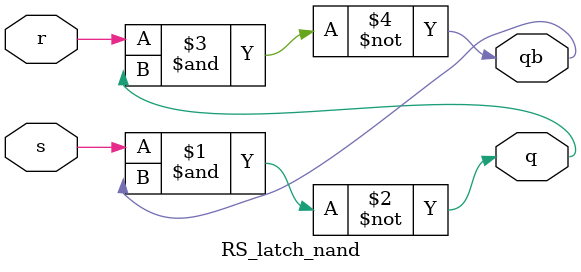
<source format=v>
`timescale 1ns / 1ps
module RS_latch_nand(
    input r,s,
    output q,qb
    );
    
    nand g1(q,s,qb);
    nand g2(qb,r,q);
endmodule

</source>
